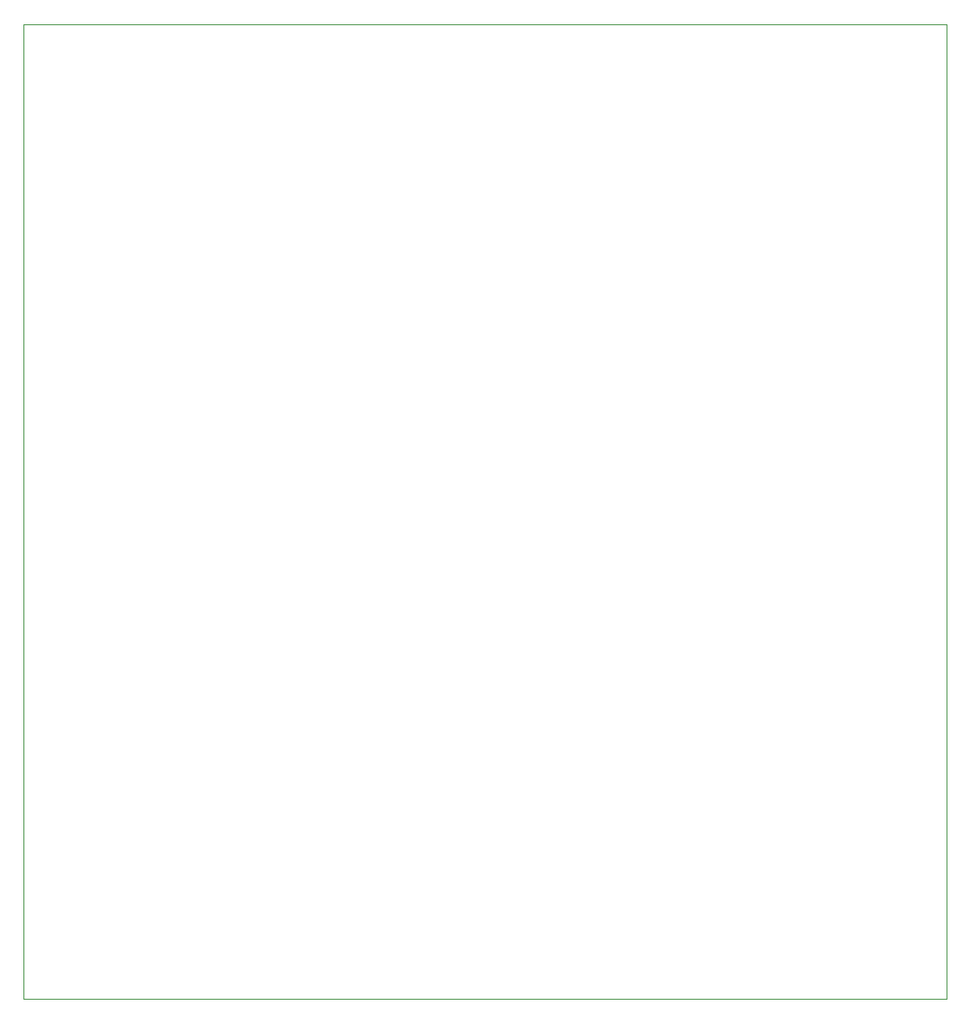
<source format=gbr>
%TF.GenerationSoftware,KiCad,Pcbnew,7.0.7*%
%TF.CreationDate,2023-10-12T19:01:10-04:00*%
%TF.ProjectId,PCB_final,5043425f-6669-46e6-916c-2e6b69636164,rev?*%
%TF.SameCoordinates,Original*%
%TF.FileFunction,Profile,NP*%
%FSLAX46Y46*%
G04 Gerber Fmt 4.6, Leading zero omitted, Abs format (unit mm)*
G04 Created by KiCad (PCBNEW 7.0.7) date 2023-10-12 19:01:10*
%MOMM*%
%LPD*%
G01*
G04 APERTURE LIST*
%TA.AperFunction,Profile*%
%ADD10C,0.100000*%
%TD*%
G04 APERTURE END LIST*
D10*
X93000000Y-60000000D02*
X183000000Y-60000000D01*
X183000000Y-155000000D01*
X93000000Y-155000000D01*
X93000000Y-60000000D01*
M02*

</source>
